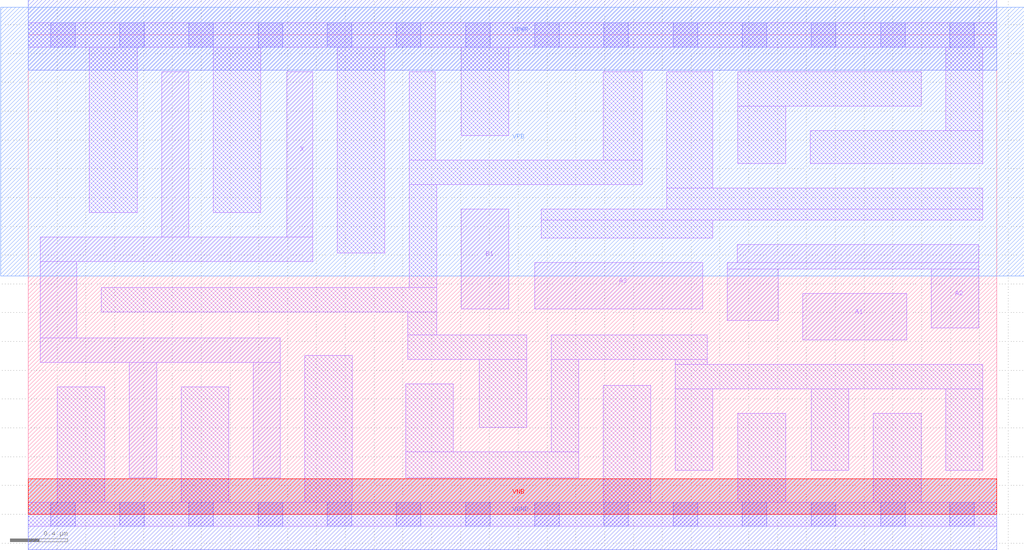
<source format=lef>
# Copyright 2020 The SkyWater PDK Authors
#
# Licensed under the Apache License, Version 2.0 (the "License");
# you may not use this file except in compliance with the License.
# You may obtain a copy of the License at
#
#     https://www.apache.org/licenses/LICENSE-2.0
#
# Unless required by applicable law or agreed to in writing, software
# distributed under the License is distributed on an "AS IS" BASIS,
# WITHOUT WARRANTIES OR CONDITIONS OF ANY KIND, either express or implied.
# See the License for the specific language governing permissions and
# limitations under the License.
#
# SPDX-License-Identifier: Apache-2.0

VERSION 5.7 ;
  NOWIREEXTENSIONATPIN ON ;
  DIVIDERCHAR "/" ;
  BUSBITCHARS "[]" ;
MACRO sky130_fd_sc_lp__o31a_4
  CLASS CORE ;
  FOREIGN sky130_fd_sc_lp__o31a_4 ;
  ORIGIN  0.000000  0.000000 ;
  SIZE  6.720000 BY  3.330000 ;
  SYMMETRY X Y R90 ;
  SITE unit ;
  PIN A1
    ANTENNAGATEAREA  0.630000 ;
    DIRECTION INPUT ;
    USE SIGNAL ;
    PORT
      LAYER li1 ;
        RECT 5.375000 1.210000 6.095000 1.535000 ;
    END
  END A1
  PIN A2
    ANTENNAGATEAREA  0.630000 ;
    DIRECTION INPUT ;
    USE SIGNAL ;
    PORT
      LAYER li1 ;
        RECT 4.850000 1.345000 5.205000 1.705000 ;
        RECT 4.850000 1.705000 6.595000 1.750000 ;
        RECT 4.920000 1.750000 6.595000 1.875000 ;
        RECT 6.265000 1.295000 6.595000 1.705000 ;
    END
  END A2
  PIN A3
    ANTENNAGATEAREA  0.630000 ;
    DIRECTION INPUT ;
    USE SIGNAL ;
    PORT
      LAYER li1 ;
        RECT 3.515000 1.425000 4.680000 1.750000 ;
    END
  END A3
  PIN B1
    ANTENNAGATEAREA  0.630000 ;
    DIRECTION INPUT ;
    USE SIGNAL ;
    PORT
      LAYER li1 ;
        RECT 3.005000 1.425000 3.335000 2.120000 ;
    END
  END B1
  PIN X
    ANTENNADIFFAREA  1.176000 ;
    DIRECTION OUTPUT ;
    USE SIGNAL ;
    PORT
      LAYER li1 ;
        RECT 0.085000 1.055000 1.750000 1.225000 ;
        RECT 0.085000 1.225000 0.335000 1.755000 ;
        RECT 0.085000 1.755000 1.975000 1.925000 ;
        RECT 0.700000 0.255000 0.890000 1.055000 ;
        RECT 0.925000 1.925000 1.115000 3.075000 ;
        RECT 1.560000 0.255000 1.750000 1.055000 ;
        RECT 1.795000 1.925000 1.975000 3.075000 ;
    END
  END X
  PIN VGND
    DIRECTION INOUT ;
    USE GROUND ;
    PORT
      LAYER met1 ;
        RECT 0.000000 -0.245000 6.720000 0.245000 ;
    END
  END VGND
  PIN VNB
    DIRECTION INOUT ;
    USE GROUND ;
    PORT
      LAYER pwell ;
        RECT 0.000000 0.000000 6.720000 0.245000 ;
    END
  END VNB
  PIN VPB
    DIRECTION INOUT ;
    USE POWER ;
    PORT
      LAYER nwell ;
        RECT -0.190000 1.655000 6.910000 3.520000 ;
    END
  END VPB
  PIN VPWR
    DIRECTION INOUT ;
    USE POWER ;
    PORT
      LAYER met1 ;
        RECT 0.000000 3.085000 6.720000 3.575000 ;
    END
  END VPWR
  OBS
    LAYER li1 ;
      RECT 0.000000 -0.085000 6.720000 0.085000 ;
      RECT 0.000000  3.245000 6.720000 3.415000 ;
      RECT 0.200000  0.085000 0.530000 0.885000 ;
      RECT 0.425000  2.095000 0.755000 3.245000 ;
      RECT 0.505000  1.405000 2.835000 1.575000 ;
      RECT 1.060000  0.085000 1.390000 0.885000 ;
      RECT 1.285000  2.095000 1.615000 3.245000 ;
      RECT 1.920000  0.085000 2.250000 1.105000 ;
      RECT 2.145000  1.815000 2.475000 3.245000 ;
      RECT 2.620000  0.255000 3.820000 0.435000 ;
      RECT 2.620000  0.435000 2.950000 0.905000 ;
      RECT 2.635000  1.075000 3.460000 1.245000 ;
      RECT 2.635000  1.245000 2.835000 1.405000 ;
      RECT 2.645000  1.575000 2.835000 2.290000 ;
      RECT 2.645000  2.290000 4.260000 2.460000 ;
      RECT 2.645000  2.460000 2.825000 3.075000 ;
      RECT 3.005000  2.630000 3.335000 3.245000 ;
      RECT 3.130000  0.605000 3.460000 1.075000 ;
      RECT 3.560000  1.920000 4.750000 2.045000 ;
      RECT 3.560000  2.045000 6.625000 2.120000 ;
      RECT 3.630000  0.435000 3.820000 1.075000 ;
      RECT 3.630000  1.075000 4.710000 1.245000 ;
      RECT 3.990000  0.085000 4.320000 0.895000 ;
      RECT 3.990000  2.460000 4.260000 3.075000 ;
      RECT 4.430000  2.120000 6.625000 2.265000 ;
      RECT 4.430000  2.265000 4.750000 3.075000 ;
      RECT 4.490000  0.305000 4.750000 0.870000 ;
      RECT 4.490000  0.870000 6.625000 1.040000 ;
      RECT 4.490000  1.040000 4.710000 1.075000 ;
      RECT 4.925000  0.085000 5.255000 0.700000 ;
      RECT 4.925000  2.435000 5.255000 2.835000 ;
      RECT 4.925000  2.835000 6.195000 3.075000 ;
      RECT 5.425000  2.435000 6.625000 2.665000 ;
      RECT 5.435000  0.305000 5.695000 0.870000 ;
      RECT 5.865000  0.085000 6.195000 0.700000 ;
      RECT 6.365000  0.305000 6.625000 0.870000 ;
      RECT 6.365000  2.665000 6.625000 3.245000 ;
    LAYER mcon ;
      RECT 0.155000 -0.085000 0.325000 0.085000 ;
      RECT 0.155000  3.245000 0.325000 3.415000 ;
      RECT 0.635000 -0.085000 0.805000 0.085000 ;
      RECT 0.635000  3.245000 0.805000 3.415000 ;
      RECT 1.115000 -0.085000 1.285000 0.085000 ;
      RECT 1.115000  3.245000 1.285000 3.415000 ;
      RECT 1.595000 -0.085000 1.765000 0.085000 ;
      RECT 1.595000  3.245000 1.765000 3.415000 ;
      RECT 2.075000 -0.085000 2.245000 0.085000 ;
      RECT 2.075000  3.245000 2.245000 3.415000 ;
      RECT 2.555000 -0.085000 2.725000 0.085000 ;
      RECT 2.555000  3.245000 2.725000 3.415000 ;
      RECT 3.035000 -0.085000 3.205000 0.085000 ;
      RECT 3.035000  3.245000 3.205000 3.415000 ;
      RECT 3.515000 -0.085000 3.685000 0.085000 ;
      RECT 3.515000  3.245000 3.685000 3.415000 ;
      RECT 3.995000 -0.085000 4.165000 0.085000 ;
      RECT 3.995000  3.245000 4.165000 3.415000 ;
      RECT 4.475000 -0.085000 4.645000 0.085000 ;
      RECT 4.475000  3.245000 4.645000 3.415000 ;
      RECT 4.955000 -0.085000 5.125000 0.085000 ;
      RECT 4.955000  3.245000 5.125000 3.415000 ;
      RECT 5.435000 -0.085000 5.605000 0.085000 ;
      RECT 5.435000  3.245000 5.605000 3.415000 ;
      RECT 5.915000 -0.085000 6.085000 0.085000 ;
      RECT 5.915000  3.245000 6.085000 3.415000 ;
      RECT 6.395000 -0.085000 6.565000 0.085000 ;
      RECT 6.395000  3.245000 6.565000 3.415000 ;
  END
END sky130_fd_sc_lp__o31a_4
END LIBRARY

</source>
